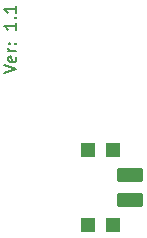
<source format=gbr>
%TF.GenerationSoftware,KiCad,Pcbnew,7.0.11-7.0.11~ubuntu22.04.1*%
%TF.CreationDate,2025-05-22T12:56:19-05:00*%
%TF.ProjectId,hf_bias_tee,68665f62-6961-4735-9f74-65652e6b6963,-*%
%TF.SameCoordinates,Original*%
%TF.FileFunction,Paste,Top*%
%TF.FilePolarity,Positive*%
%FSLAX46Y46*%
G04 Gerber Fmt 4.6, Leading zero omitted, Abs format (unit mm)*
G04 Created by KiCad (PCBNEW 7.0.11-7.0.11~ubuntu22.04.1) date 2025-05-22 12:56:19*
%MOMM*%
%LPD*%
G01*
G04 APERTURE LIST*
G04 Aperture macros list*
%AMRoundRect*
0 Rectangle with rounded corners*
0 $1 Rounding radius*
0 $2 $3 $4 $5 $6 $7 $8 $9 X,Y pos of 4 corners*
0 Add a 4 corners polygon primitive as box body*
4,1,4,$2,$3,$4,$5,$6,$7,$8,$9,$2,$3,0*
0 Add four circle primitives for the rounded corners*
1,1,$1+$1,$2,$3*
1,1,$1+$1,$4,$5*
1,1,$1+$1,$6,$7*
1,1,$1+$1,$8,$9*
0 Add four rect primitives between the rounded corners*
20,1,$1+$1,$2,$3,$4,$5,0*
20,1,$1+$1,$4,$5,$6,$7,0*
20,1,$1+$1,$6,$7,$8,$9,0*
20,1,$1+$1,$8,$9,$2,$3,0*%
G04 Aperture macros list end*
%ADD10C,0.150000*%
%ADD11R,1.200000X1.200000*%
%ADD12RoundRect,0.250000X-0.850000X0.375000X-0.850000X-0.375000X0.850000X-0.375000X0.850000X0.375000X0*%
G04 APERTURE END LIST*
D10*
X123964819Y-90611077D02*
X124964819Y-90277744D01*
X124964819Y-90277744D02*
X123964819Y-89944411D01*
X124917200Y-89230125D02*
X124964819Y-89325363D01*
X124964819Y-89325363D02*
X124964819Y-89515839D01*
X124964819Y-89515839D02*
X124917200Y-89611077D01*
X124917200Y-89611077D02*
X124821961Y-89658696D01*
X124821961Y-89658696D02*
X124441009Y-89658696D01*
X124441009Y-89658696D02*
X124345771Y-89611077D01*
X124345771Y-89611077D02*
X124298152Y-89515839D01*
X124298152Y-89515839D02*
X124298152Y-89325363D01*
X124298152Y-89325363D02*
X124345771Y-89230125D01*
X124345771Y-89230125D02*
X124441009Y-89182506D01*
X124441009Y-89182506D02*
X124536247Y-89182506D01*
X124536247Y-89182506D02*
X124631485Y-89658696D01*
X124964819Y-88753934D02*
X124298152Y-88753934D01*
X124488628Y-88753934D02*
X124393390Y-88706315D01*
X124393390Y-88706315D02*
X124345771Y-88658696D01*
X124345771Y-88658696D02*
X124298152Y-88563458D01*
X124298152Y-88563458D02*
X124298152Y-88468220D01*
X124869580Y-88134886D02*
X124917200Y-88087267D01*
X124917200Y-88087267D02*
X124964819Y-88134886D01*
X124964819Y-88134886D02*
X124917200Y-88182505D01*
X124917200Y-88182505D02*
X124869580Y-88134886D01*
X124869580Y-88134886D02*
X124964819Y-88134886D01*
X124345771Y-88134886D02*
X124393390Y-88087267D01*
X124393390Y-88087267D02*
X124441009Y-88134886D01*
X124441009Y-88134886D02*
X124393390Y-88182505D01*
X124393390Y-88182505D02*
X124345771Y-88134886D01*
X124345771Y-88134886D02*
X124441009Y-88134886D01*
X124964819Y-86372982D02*
X124964819Y-86944410D01*
X124964819Y-86658696D02*
X123964819Y-86658696D01*
X123964819Y-86658696D02*
X124107676Y-86753934D01*
X124107676Y-86753934D02*
X124202914Y-86849172D01*
X124202914Y-86849172D02*
X124250533Y-86944410D01*
X124869580Y-85944410D02*
X124917200Y-85896791D01*
X124917200Y-85896791D02*
X124964819Y-85944410D01*
X124964819Y-85944410D02*
X124917200Y-85992029D01*
X124917200Y-85992029D02*
X124869580Y-85944410D01*
X124869580Y-85944410D02*
X124964819Y-85944410D01*
X124964819Y-84944411D02*
X124964819Y-85515839D01*
X124964819Y-85230125D02*
X123964819Y-85230125D01*
X123964819Y-85230125D02*
X124107676Y-85325363D01*
X124107676Y-85325363D02*
X124202914Y-85420601D01*
X124202914Y-85420601D02*
X124250533Y-85515839D01*
D11*
%TO.C,C1*%
X133130000Y-103505000D03*
X131030000Y-103505000D03*
%TD*%
%TO.C,C2*%
X133130000Y-97155000D03*
X131030000Y-97155000D03*
%TD*%
D12*
%TO.C,L1*%
X134620000Y-99255000D03*
X134620000Y-101405000D03*
%TD*%
M02*

</source>
